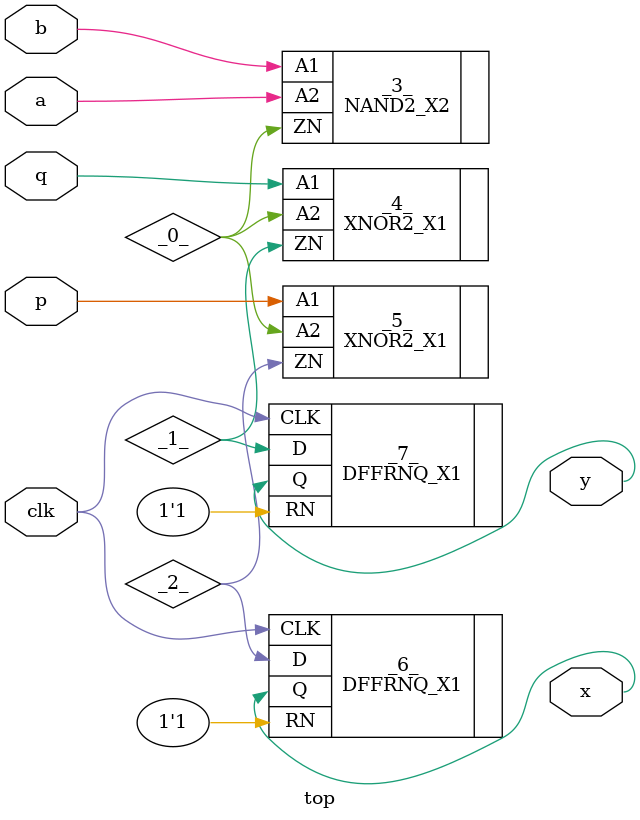
<source format=v>
/* Generated by Yosys 0.11+10 (git sha1 4871d8f19, clang 6.0.0-1ubuntu2 -fPIC -Os) */

module top(clk, p, q, a, b, x, y);
  wire _0_;
  wire _1_;
  wire _2_;
  input a;
  input b;
  input clk;
  input p;
  input q;
  output x;
  output y;
  NAND2_X2 _3_ (
    .A1(b),
    .A2(a),
    .ZN(_0_)
  );
  XNOR2_X1 _4_ (
    .A1(q),
    .A2(_0_),
    .ZN(_1_)
  );
  XNOR2_X1 _5_ (
    .A1(p),
    .A2(_0_),
    .ZN(_2_)
  );
  DFFRNQ_X1 _6_ (
    .CLK(clk),
    .D(_2_),
    .Q(x),
    .RN(1'b1)
  );
  DFFRNQ_X1 _7_ (
    .CLK(clk),
    .D(_1_),
    .Q(y),
    .RN(1'b1)
  );
endmodule

</source>
